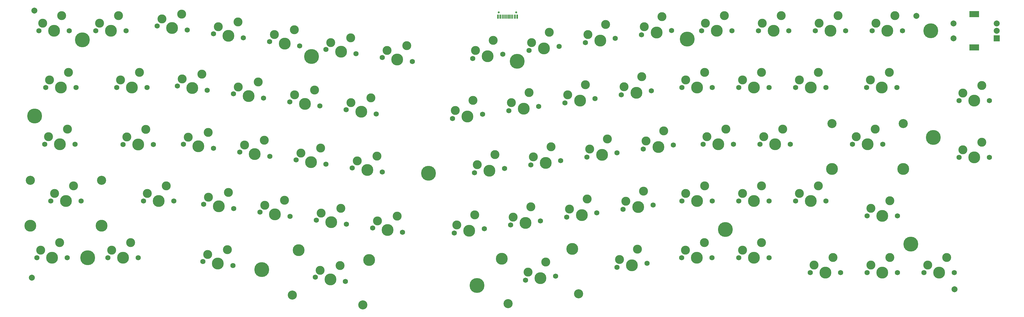
<source format=gts>
G04 #@! TF.GenerationSoftware,KiCad,Pcbnew,(5.1.9)-1*
G04 #@! TF.CreationDate,2021-06-30T07:56:35+01:00*
G04 #@! TF.ProjectId,Paul-PCB-KICAD,5061756c-2d50-4434-922d-4b494341442e,rev?*
G04 #@! TF.SameCoordinates,Original*
G04 #@! TF.FileFunction,Soldermask,Top*
G04 #@! TF.FilePolarity,Negative*
%FSLAX46Y46*%
G04 Gerber Fmt 4.6, Leading zero omitted, Abs format (unit mm)*
G04 Created by KiCad (PCBNEW (5.1.9)-1) date 2021-06-30 07:56:35*
%MOMM*%
%LPD*%
G01*
G04 APERTURE LIST*
%ADD10C,2.000000*%
%ADD11C,3.000000*%
%ADD12C,3.987800*%
%ADD13C,1.750000*%
%ADD14C,3.048000*%
%ADD15C,5.000000*%
%ADD16R,3.200000X2.000000*%
%ADD17R,2.000000X2.000000*%
%ADD18C,0.650000*%
%ADD19R,0.300000X1.450000*%
%ADD20R,0.600000X1.450000*%
G04 APERTURE END LIST*
D10*
X296690000Y88250000D03*
X1090000Y90020000D03*
X240000Y290000D03*
X309470000Y-3590000D03*
D11*
X244710000Y69227500D03*
D12*
X242170000Y64147500D03*
D11*
X238360000Y66687500D03*
D13*
X237090000Y64147500D03*
X247250000Y64147500D03*
X71140562Y80813001D03*
X61079438Y82226999D03*
D11*
X62690578Y84565530D03*
D12*
X66110000Y81520000D03*
D11*
X69332280Y86197062D03*
X103801313Y23630114D03*
D12*
X100579033Y18953052D03*
D11*
X97159611Y21998582D03*
D13*
X95548471Y19660051D03*
X105609595Y18246053D03*
D11*
X289463750Y88297500D03*
D12*
X286923750Y83217500D03*
D11*
X283113750Y85757500D03*
D13*
X281843750Y83217500D03*
X292003750Y83217500D03*
D11*
X125912280Y78247062D03*
D12*
X122690000Y73570000D03*
D11*
X119270578Y76615530D03*
D13*
X117659438Y74276999D03*
X127720562Y72863001D03*
D11*
X306790000Y7140000D03*
D12*
X304250000Y2060000D03*
D11*
X300440000Y4600000D03*
D13*
X299170000Y2060000D03*
X309330000Y2060000D03*
D11*
X287760000Y7130000D03*
D12*
X285220000Y2050000D03*
D11*
X281410000Y4590000D03*
D13*
X280140000Y2050000D03*
X290300000Y2050000D03*
D11*
X268730000Y7140000D03*
D12*
X266190000Y2060000D03*
D11*
X262380000Y4600000D03*
D13*
X261110000Y2060000D03*
X271270000Y2060000D03*
D11*
X244720000Y12090000D03*
D12*
X242180000Y7010000D03*
D11*
X238370000Y9550000D03*
D13*
X237100000Y7010000D03*
X247260000Y7010000D03*
D11*
X225650000Y12090000D03*
D12*
X223110000Y7010000D03*
D11*
X219300000Y9550000D03*
D13*
X218030000Y7010000D03*
X228190000Y7010000D03*
D11*
X203143558Y9862189D03*
D12*
X201335276Y4478128D03*
D11*
X197208855Y6463159D03*
D13*
X196304714Y3771129D03*
X206365838Y5185127D03*
D11*
X148614642Y21435865D03*
D12*
X146806360Y16051804D03*
D11*
X142679939Y18036835D03*
D13*
X141775798Y15344805D03*
X151836922Y16758803D03*
D11*
X318620000Y45820000D03*
D12*
X316080000Y40740000D03*
D11*
X312270000Y43280000D03*
D13*
X311000000Y40740000D03*
X321160000Y40740000D03*
D11*
X287760000Y26180000D03*
D12*
X285220000Y21100000D03*
D11*
X281410000Y23640000D03*
D13*
X280140000Y21100000D03*
X290300000Y21100000D03*
D11*
X263760000Y31127500D03*
D12*
X261220000Y26047500D03*
D11*
X257410000Y28587500D03*
D13*
X256140000Y26047500D03*
X266300000Y26047500D03*
D11*
X244710000Y31127500D03*
D12*
X242170000Y26047500D03*
D11*
X238360000Y28587500D03*
D13*
X237090000Y26047500D03*
X247250000Y26047500D03*
D11*
X225660000Y31127500D03*
D12*
X223120000Y26047500D03*
D11*
X219310000Y28587500D03*
D13*
X218040000Y26047500D03*
X228200000Y26047500D03*
D11*
X205208462Y29389608D03*
D12*
X203400180Y24005547D03*
D11*
X199273759Y25990578D03*
D13*
X198369618Y23298548D03*
X208430742Y24712546D03*
D11*
X186343855Y26738360D03*
D12*
X184535573Y21354299D03*
D11*
X180409152Y23339330D03*
D13*
X179505011Y20647300D03*
X189566135Y22061298D03*
D11*
X167479249Y24087113D03*
D12*
X165670967Y18703052D03*
D11*
X161544546Y20688083D03*
D13*
X160640405Y17996053D03*
X170701529Y19410051D03*
D11*
X122665920Y20978866D03*
D12*
X119443640Y16301804D03*
D11*
X116024218Y19347334D03*
D13*
X114413078Y17008803D03*
X124474202Y15594805D03*
D11*
X84936707Y26281361D03*
D12*
X81714427Y21604299D03*
D11*
X78295005Y24649829D03*
D13*
X76683865Y22311298D03*
X86744989Y20897300D03*
D11*
X66072100Y28932609D03*
D12*
X62849820Y24255547D03*
D11*
X59430398Y27301077D03*
D13*
X57819258Y24962546D03*
X67880382Y23548548D03*
D11*
X45260000Y31120000D03*
D12*
X42720000Y26040000D03*
D11*
X38910000Y28580000D03*
D13*
X37640000Y26040000D03*
X47800000Y26040000D03*
D11*
X318620000Y64840000D03*
D12*
X316080000Y59760000D03*
D11*
X312270000Y62300000D03*
D13*
X311000000Y59760000D03*
X321160000Y59760000D03*
D11*
X251853750Y50177500D03*
D12*
X249313750Y45097500D03*
D11*
X245503750Y47637500D03*
D13*
X244233750Y45097500D03*
X254393750Y45097500D03*
D11*
X232803750Y50177500D03*
D12*
X230263750Y45097500D03*
D11*
X226453750Y47637500D03*
D13*
X225183750Y45097500D03*
X235343750Y45097500D03*
D11*
X211989518Y49579838D03*
D12*
X210181236Y44195777D03*
D11*
X206054815Y46180808D03*
D13*
X205150674Y43488778D03*
X215211798Y44902776D03*
D11*
X193124911Y46928591D03*
D12*
X191316629Y41544530D03*
D11*
X187190208Y43529561D03*
D13*
X186286067Y40837531D03*
X196347191Y42251529D03*
D11*
X174260304Y44277343D03*
D12*
X172452022Y38893282D03*
D11*
X168325601Y40878313D03*
D13*
X167421460Y38186283D03*
X177482584Y39600281D03*
D11*
X155395698Y41626096D03*
D12*
X153587416Y36242035D03*
D11*
X149460995Y38227066D03*
D13*
X148556854Y35535036D03*
X158617978Y36949034D03*
D11*
X115884864Y41169097D03*
D12*
X112662584Y36492035D03*
D11*
X109243162Y39537565D03*
D13*
X107632022Y37199034D03*
X117693146Y35785036D03*
D11*
X97020258Y43820344D03*
D12*
X93797978Y39143282D03*
D11*
X90378556Y42188812D03*
D13*
X88767416Y39850281D03*
X98828540Y38436283D03*
D11*
X78155651Y46471592D03*
D12*
X74933371Y41794530D03*
D11*
X71513949Y44840060D03*
D13*
X69902809Y42501529D03*
X79963933Y41087531D03*
D11*
X59291044Y49122839D03*
D12*
X56068764Y44445777D03*
D11*
X52649342Y47491307D03*
D13*
X51038202Y45152776D03*
X61099326Y43738778D03*
D11*
X38430000Y50140000D03*
D12*
X35890000Y45060000D03*
D11*
X32080000Y47600000D03*
D13*
X30810000Y45060000D03*
X40970000Y45060000D03*
D11*
X263760000Y69227500D03*
D12*
X261220000Y64147500D03*
D11*
X257410000Y66687500D03*
D13*
X256140000Y64147500D03*
X266300000Y64147500D03*
D11*
X225660000Y69227500D03*
D12*
X223120000Y64147500D03*
D11*
X219310000Y66687500D03*
D13*
X218040000Y64147500D03*
X228200000Y64147500D03*
D11*
X204622119Y67781633D03*
D12*
X202813837Y62397572D03*
D11*
X198687416Y64382603D03*
D13*
X197783275Y61690573D03*
X207844399Y63104571D03*
D11*
X185757512Y65130386D03*
D12*
X183949230Y59746325D03*
D11*
X179822809Y61731356D03*
D13*
X178918668Y59039326D03*
X188979792Y60453324D03*
D11*
X166892905Y62479138D03*
D12*
X165084623Y57095077D03*
D11*
X160958202Y59080108D03*
D13*
X160054061Y56388078D03*
X170115185Y57802076D03*
D11*
X148028299Y59827890D03*
D12*
X146220017Y54443829D03*
D11*
X142093596Y56428860D03*
D13*
X141189455Y53736830D03*
X151250579Y55150828D03*
D11*
X113819960Y60696515D03*
D12*
X110597680Y56019453D03*
D11*
X107178258Y59064983D03*
D13*
X105567118Y56726452D03*
X115628242Y55312454D03*
D11*
X94955353Y63347763D03*
D12*
X91733073Y58670701D03*
D11*
X88313651Y61716231D03*
D13*
X86702511Y59377700D03*
X96763635Y57963702D03*
D11*
X76090747Y65999010D03*
D12*
X72868467Y61321948D03*
D11*
X69449045Y64367478D03*
D13*
X67837905Y62028947D03*
X77899029Y60614949D03*
D11*
X57226140Y68650258D03*
D12*
X54003860Y63973196D03*
D11*
X50584438Y67018726D03*
D13*
X48973298Y64680195D03*
X59034422Y63266197D03*
D11*
X36310000Y69220000D03*
D12*
X33770000Y64140000D03*
D11*
X29960000Y66680000D03*
D13*
X28690000Y64140000D03*
X38850000Y64140000D03*
D11*
X270413750Y88297500D03*
D12*
X267873750Y83217500D03*
D11*
X264063750Y85757500D03*
D13*
X262793750Y83217500D03*
X272953750Y83217500D03*
D11*
X251363750Y88297500D03*
D12*
X248823750Y83217500D03*
D11*
X245013750Y85757500D03*
D13*
X243743750Y83217500D03*
X253903750Y83217500D03*
D11*
X232313750Y88297500D03*
D12*
X229773750Y83217500D03*
D11*
X225963750Y85757500D03*
D13*
X224693750Y83217500D03*
X234853750Y83217500D03*
D11*
X211403174Y87971864D03*
D12*
X209594892Y82587803D03*
D11*
X205468471Y84572834D03*
D13*
X204564330Y81880804D03*
X214625454Y83294802D03*
D11*
X192538568Y85320616D03*
D12*
X190730286Y79936555D03*
D11*
X186603865Y81921586D03*
D13*
X185699724Y79229556D03*
X195760848Y80643554D03*
D11*
X173673961Y82669368D03*
D12*
X171865679Y77285307D03*
D11*
X167739258Y79270338D03*
D13*
X166835117Y76578308D03*
X176896241Y77992306D03*
D11*
X154809354Y80018121D03*
D12*
X153001072Y74634060D03*
D11*
X148874651Y76619091D03*
D13*
X147970510Y73927061D03*
X158031634Y75341059D03*
D11*
X107062280Y80887062D03*
D12*
X103840000Y76210000D03*
D11*
X100420578Y79255530D03*
D13*
X98809438Y76916999D03*
X108870562Y75503001D03*
D11*
X88182280Y83547062D03*
D12*
X84960000Y78870000D03*
D11*
X81540578Y81915530D03*
D13*
X79929438Y79576999D03*
X89990562Y78163001D03*
D11*
X50462280Y88837062D03*
D12*
X47240000Y84160000D03*
D11*
X43820578Y87205530D03*
D13*
X42209438Y84866999D03*
X52270562Y83453001D03*
D11*
X29250000Y88290000D03*
D12*
X26710000Y83210000D03*
D11*
X22900000Y85750000D03*
D13*
X21630000Y83210000D03*
X31790000Y83210000D03*
D11*
X10210000Y88260000D03*
D12*
X7670000Y83180000D03*
D11*
X3860000Y85720000D03*
D13*
X2590000Y83180000D03*
X12750000Y83180000D03*
D11*
X287572500Y69227500D03*
D12*
X285032500Y64147500D03*
D11*
X281222500Y66687500D03*
D13*
X279952500Y64147500D03*
X290112500Y64147500D03*
D11*
X12500000Y69220000D03*
D12*
X9960000Y64140000D03*
D11*
X6150000Y66680000D03*
D13*
X4880000Y64140000D03*
X15040000Y64140000D03*
D11*
X14210000Y31110000D03*
D12*
X11670000Y26030000D03*
D11*
X7860000Y28570000D03*
D13*
X6590000Y26030000D03*
X16750000Y26030000D03*
D14*
X23608000Y33015000D03*
X-268000Y33015000D03*
D12*
X23608000Y17775000D03*
X-268000Y17775000D03*
D11*
X282810000Y50177500D03*
D12*
X280270000Y45097500D03*
D11*
X276460000Y47637500D03*
D13*
X275190000Y45097500D03*
X285350000Y45097500D03*
D14*
X292208000Y52082500D03*
X268332000Y52082500D03*
D12*
X292208000Y36842500D03*
X268332000Y36842500D03*
D11*
X12200000Y50160000D03*
D12*
X9660000Y45080000D03*
D11*
X5850000Y47620000D03*
D13*
X4580000Y45080000D03*
X14740000Y45080000D03*
D11*
X65778928Y9736596D03*
D12*
X62556648Y5059534D03*
D11*
X59137226Y8105064D03*
D13*
X57526086Y5766533D03*
X67587210Y4352535D03*
D11*
X33360000Y12080000D03*
D12*
X30820000Y7000000D03*
D11*
X27010000Y9540000D03*
D13*
X25740000Y7000000D03*
X35900000Y7000000D03*
D11*
X9520000Y12060000D03*
D12*
X6980000Y6980000D03*
D11*
X3170000Y9520000D03*
D13*
X1900000Y6980000D03*
X12060000Y6980000D03*
D11*
X172488572Y5553912D03*
D12*
X170680290Y169851D03*
D11*
X166553869Y2154882D03*
D13*
X165649728Y-537148D03*
X175710852Y876850D03*
D14*
X183474234Y-5085723D03*
X159830594Y-8408620D03*
D12*
X181353236Y10005962D03*
X157709596Y6683065D03*
D11*
X103508142Y4434101D03*
D12*
X100285862Y-242961D03*
D11*
X96866440Y2802569D03*
D13*
X95255300Y464038D03*
X105316424Y-949960D03*
D14*
X111135558Y-8821432D03*
X87491918Y-5498535D03*
D12*
X113256556Y6270253D03*
X89612916Y9593150D03*
D15*
X133136887Y35392650D03*
X77258161Y3003314D03*
X219885384Y80385180D03*
X18906250Y7000000D03*
X162859822Y72980677D03*
X294750250Y11573500D03*
X93981649Y74572360D03*
X149396946Y-2325869D03*
X302349875Y47386750D03*
X17192000Y80200000D03*
X232647250Y16524999D03*
X301512250Y83200000D03*
X1152800Y54625000D03*
D10*
X309080000Y85700000D03*
X309080000Y80700000D03*
D16*
X316080000Y88800000D03*
X316080000Y77600000D03*
D10*
X323580000Y85700000D03*
X323580000Y83200000D03*
D17*
X323580000Y80700000D03*
D18*
X162520000Y89430000D03*
X156740000Y89430000D03*
D19*
X159880000Y87985000D03*
X159380000Y87985000D03*
X158880000Y87985000D03*
X160380000Y87985000D03*
X158380000Y87985000D03*
X160880000Y87985000D03*
X157880000Y87985000D03*
X161380000Y87985000D03*
D20*
X162080000Y87985000D03*
X157180000Y87985000D03*
X162855000Y87985000D03*
X156405000Y87985000D03*
M02*

</source>
